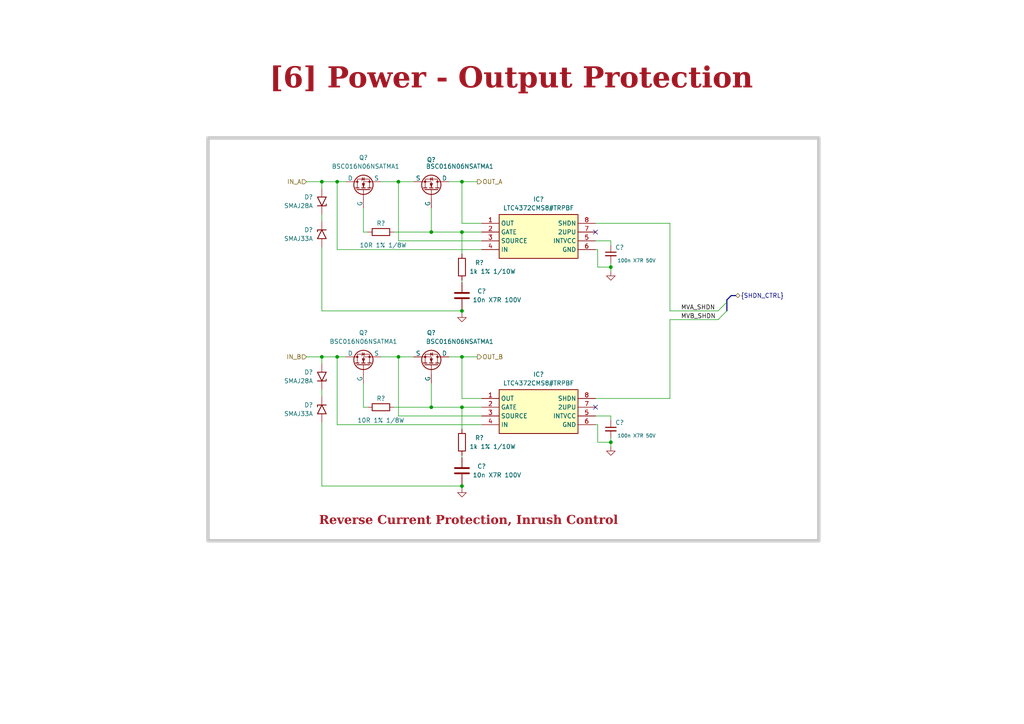
<source format=kicad_sch>
(kicad_sch (version 20231120) (generator "eeschema") (generator_version "8.0")
  (paper "A4")
  (lib_symbols
    (symbol "Device:C" (pin_numbers hide) (pin_names (offset 0.254))
      (property "Reference" "C" (at 0.635 2.54 0))
      (property "Value" "C" (at 0.635 -2.54 0))
      (symbol "C_0_1"
        (polyline (pts (xy -2.032 -0.762) (xy 2.032 -0.762)) (stroke (width 0.508)))
        (polyline (pts (xy -2.032 0.762) (xy 2.032 0.762)) (stroke (width 0.508)))
      )
      (symbol "C_1_1"
        (pin passive line (at 0 3.81 270) (length 2.794) (name "~") (number "1"))
        (pin passive line (at 0 -3.81 90) (length 2.794) (name "~") (number "2"))
      )
    )
    (symbol "Device:C_Small" (pin_numbers hide) (pin_names (offset 0.254) hide)
      (property "Reference" "C" (at 0.254 1.778 0))
      (property "Value" "C_Small" (at 0.254 -2.032 0))
      (symbol "C_Small_0_1"
        (polyline (pts (xy -1.524 -0.508) (xy 1.524 -0.508)) (stroke (width 0.3302)))
        (polyline (pts (xy -1.524 0.508) (xy 1.524 0.508)) (stroke (width 0.3048)))
      )
      (symbol "C_Small_1_1"
        (pin passive line (at 0 2.54 270) (length 2.032) (name "~") (number "1"))
        (pin passive line (at 0 -2.54 90) (length 2.032) (name "~") (number "2"))
      )
    )
    (symbol "Device:R" (pin_numbers hide) (pin_names (offset 0))
      (property "Reference" "R" (at 2.032 0 90))
      (property "Value" "R" (at 0 0 90))
      (symbol "R_0_1"
        (rectangle (start -1.016 -2.54) (end 1.016 2.54) (stroke (width 0.254)))
      )
      (symbol "R_1_1"
        (pin passive line (at 0 3.81 270) (length 1.27) (name "~") (number "1"))
        (pin passive line (at 0 -3.81 90) (length 1.27) (name "~") (number "2"))
      )
    )
    (symbol "Diode:SMAJ28A" (pin_numbers hide) (pin_names (offset 1.016) hide)
      (property "Reference" "D" (at 0 2.54 0))
      (property "Value" "SMAJ28A" (at 0 -2.54 0))
      (symbol "SMAJ28A_0_1"
        (polyline (pts (xy -0.762 1.27) (xy -1.27 1.27) (xy -1.27 -1.27)) (stroke (width 0.254)))
        (polyline (pts (xy 1.27 1.27) (xy 1.27 -1.27) (xy -1.27 0) (xy 1.27 1.27)) (stroke (width 0.254)))
      )
      (symbol "SMAJ28A_1_1"
        (pin passive line (at -3.81 0 0) (length 2.54) (name "A1") (number "1"))
        (pin passive line (at 3.81 0 180) (length 2.54) (name "A2") (number "2"))
      )
    )
    (symbol "Diode:SMAJ33A" (pin_numbers hide) (pin_names (offset 1.016) hide)
      (property "Reference" "D" (at 0 2.54 0))
      (property "Value" "SMAJ33A" (at 0 -2.54 0))
      (symbol "SMAJ33A_0_1"
        (polyline (pts (xy -0.762 1.27) (xy -1.27 1.27) (xy -1.27 -1.27)) (stroke (width 0.254)))
        (polyline (pts (xy 1.27 1.27) (xy 1.27 -1.27) (xy -1.27 0) (xy 1.27 1.27)) (stroke (width 0.254)))
      )
      (symbol "SMAJ33A_1_1"
        (pin passive line (at -3.81 0 0) (length 2.54) (name "A1") (number "1"))
        (pin passive line (at 3.81 0 180) (length 2.54) (name "A2") (number "2"))
      )
    )
    (symbol "LTC4372CMS8#TRPBF:LTC4372CMS8#TRPBF"
      (property "Reference" "IC602" (at 16.51 6.985 0))
      (property "Value" "LTC4372CMS8#TRPBF" (at 16.51 4.445 0))
      (symbol "LTC4372CMS8#TRPBF_1_1"
        (rectangle (start 5.08 2.54) (end 27.94 -10.16) (stroke (width 0.254)) (fill (type background)))
        (pin passive line (at 0 0 0) (length 5.08) (name "OUT") (number "1"))
        (pin passive line (at 0 -2.54 0) (length 5.08) (name "GATE") (number "2"))
        (pin passive line (at 0 -5.08 0) (length 5.08) (name "SOURCE") (number "3"))
        (pin passive line (at 0 -7.62 0) (length 5.08) (name "IN") (number "4"))
        (pin passive line (at 33.02 -5.08 180) (length 5.08) (name "INTVCC") (number "5"))
        (pin passive line (at 33.02 -7.62 180) (length 5.08) (name "GND") (number "6"))
        (pin passive line (at 33.02 -2.54 180) (length 5.08) (name "2UPU") (number "7"))
        (pin passive line (at 33.02 0 180) (length 5.08) (name "SHDN") (number "8"))
      )
    )
    (symbol "LTC4372CMS8#TRPBF_1"
      (property "Reference" "IC601" (at 16.51 6.985 0))
      (property "Value" "LTC4372CMS8#TRPBF" (at 16.51 4.445 0))
      (symbol "LTC4372CMS8#TRPBF_1_1_1"
        (rectangle (start 5.08 2.54) (end 27.94 -10.16) (stroke (width 0.254)) (fill (type background)))
        (pin passive line (at 0 0 0) (length 5.08) (name "OUT") (number "1"))
        (pin passive line (at 0 -2.54 0) (length 5.08) (name "GATE") (number "2"))
        (pin passive line (at 0 -5.08 0) (length 5.08) (name "SOURCE") (number "3"))
        (pin passive line (at 0 -7.62 0) (length 5.08) (name "IN") (number "4"))
        (pin passive line (at 33.02 -5.08 180) (length 5.08) (name "INTVCC") (number "5"))
        (pin passive line (at 33.02 -7.62 180) (length 5.08) (name "GND") (number "6"))
        (pin passive line (at 33.02 -2.54 180) (length 5.08) (name "2UPU") (number "7"))
        (pin passive line (at 33.02 0 180) (length 5.08) (name "SHDN") (number "8"))
      )
    )
    (symbol "Simulation_SPICE:NMOS" (pin_numbers hide) (pin_names (offset 0))
      (property "Reference" "Q" (at 5.08 1.27 0))
      (property "Value" "NMOS" (at 5.08 -1.27 0))
      (symbol "NMOS_0_1"
        (polyline (pts (xy 0.254 0) (xy -2.54 0)))
        (polyline (pts (xy 0.254 1.905) (xy 0.254 -1.905)) (stroke (width 0.254)))
        (polyline (pts (xy 0.762 -1.27) (xy 0.762 -2.286)) (stroke (width 0.254)))
        (polyline (pts (xy 0.762 0.508) (xy 0.762 -0.508)) (stroke (width 0.254)))
        (polyline (pts (xy 0.762 2.286) (xy 0.762 1.27)) (stroke (width 0.254)))
        (polyline (pts (xy 2.54 2.54) (xy 2.54 1.778)))
        (polyline (pts (xy 2.54 -2.54) (xy 2.54 0) (xy 0.762 0)))
        (polyline (pts (xy 0.762 -1.778) (xy 3.302 -1.778) (xy 3.302 1.778) (xy 0.762 1.778)))
        (polyline (pts (xy 1.016 0) (xy 2.032 0.381) (xy 2.032 -0.381) (xy 1.016 0)) (fill (type outline)))
        (polyline (pts (xy 2.794 0.508) (xy 2.921 0.381) (xy 3.683 0.381) (xy 3.81 0.254)))
        (polyline (pts (xy 3.302 0.381) (xy 2.921 -0.254) (xy 3.683 -0.254) (xy 3.302 0.381)))
        (circle (center 1.651 0) (radius 2.794) (stroke (width 0.254)))
        (circle (center 2.54 -1.778) (radius 0.254) (fill (type outline)))
        (circle (center 2.54 1.778) (radius 0.254) (fill (type outline)))
      )
      (symbol "NMOS_1_1"
        (pin passive line (at 2.54 5.08 270) (length 2.54) (name "D") (number "1"))
        (pin input line (at -5.08 0 0) (length 2.54) (name "G") (number "2"))
        (pin passive line (at 2.54 -5.08 90) (length 2.54) (name "S") (number "3"))
      )
    )
    (symbol "power:GND" (power) (pin_names (offset 0))
      (property "Value" "GND" (at 0 -3.81 0))
      (symbol "GND_0_1"
        (polyline (pts (xy 0 0) (xy 0 -1.27) (xy 1.27 -1.27) (xy 0 -2.54) (xy -1.27 -1.27) (xy 0 -1.27)))
      )
      (symbol "GND_1_1"
        (pin power_in line (at 0 0 270) (length 0) hide (name "GND") (number "1"))
      )
    )
  )
  (bus_alias "SHDN_CTRL" (members "MVA_SHDN" "MVB_SHDN"))
  (junction (at 125.095 118.11))
  (junction (at 133.985 140.97))
  (junction (at 97.79 103.505))
  (junction (at 97.79 52.705))
  (junction (at 115.57 52.705))
  (junction (at 133.985 103.505))
  (junction (at 93.345 52.705))
  (junction (at 133.985 118.11))
  (junction (at 177.165 128.27))
  (junction (at 133.985 52.705))
  (junction (at 93.345 103.505))
  (junction (at 115.57 103.505))
  (junction (at 177.165 77.47))
  (junction (at 125.095 67.31))
  (junction (at 133.985 67.31))
  (junction (at 133.985 90.17))
  (no_connect (at 172.72 118.11))
  (no_connect (at 172.72 67.31))
  (bus_entry (at 210.82 90.17) (size -2.54 2.54))
  (bus_entry (at 210.82 87.63) (size -2.54 2.54))
  (wire (pts (xy 133.985 141.605) (xy 133.985 140.97)))
  (wire (pts (xy 173.355 123.19) (xy 172.72 123.19)))
  (wire (pts (xy 133.985 124.46) (xy 133.985 118.11)))
  (wire (pts (xy 177.165 76.2) (xy 177.165 77.47)))
  (wire (pts (xy 133.985 90.805) (xy 133.985 90.17)))
  (wire (pts (xy 133.985 52.705) (xy 138.43 52.705)))
  (wire (pts (xy 93.345 140.97) (xy 133.985 140.97)))
  (wire (pts (xy 97.79 103.505) (xy 97.79 123.19)))
  (wire (pts (xy 194.31 90.17) (xy 208.28 90.17)))
  (wire (pts (xy 139.7 72.39) (xy 97.79 72.39)))
  (wire (pts (xy 173.355 77.47) (xy 173.355 72.39)))
  (wire (pts (xy 194.31 64.77) (xy 194.31 90.17)))
  (wire (pts (xy 93.345 71.755) (xy 93.345 90.17)))
  (wire (pts (xy 172.72 115.57) (xy 194.31 115.57)))
  (bus (pts (xy 212.09 85.725) (xy 210.82 86.995)))
  (wire (pts (xy 110.49 103.505) (xy 115.57 103.505)))
  (wire (pts (xy 105.41 118.11) (xy 105.41 111.125)))
  (wire (pts (xy 139.7 69.85) (xy 115.57 69.85)))
  (wire (pts (xy 133.985 140.97) (xy 133.985 140.335)))
  (wire (pts (xy 194.31 92.71) (xy 208.28 92.71)))
  (wire (pts (xy 177.165 71.12) (xy 177.165 69.85)))
  (bus (pts (xy 210.82 86.995) (xy 210.82 87.63)))
  (wire (pts (xy 110.49 52.705) (xy 115.57 52.705)))
  (wire (pts (xy 133.985 81.28) (xy 133.985 81.915)))
  (wire (pts (xy 173.355 128.27) (xy 173.355 123.19)))
  (wire (pts (xy 88.9 52.705) (xy 93.345 52.705)))
  (wire (pts (xy 93.345 52.705) (xy 97.79 52.705)))
  (wire (pts (xy 93.345 52.705) (xy 93.345 54.61)))
  (wire (pts (xy 125.095 60.325) (xy 125.095 67.31)))
  (wire (pts (xy 115.57 103.505) (xy 115.57 120.65)))
  (wire (pts (xy 93.345 90.17) (xy 133.985 90.17)))
  (wire (pts (xy 177.165 121.92) (xy 177.165 120.65)))
  (wire (pts (xy 177.165 77.47) (xy 177.165 78.74)))
  (wire (pts (xy 177.165 127) (xy 177.165 128.27)))
  (wire (pts (xy 130.175 52.705) (xy 133.985 52.705)))
  (wire (pts (xy 93.345 113.03) (xy 93.345 114.935)))
  (wire (pts (xy 194.31 115.57) (xy 194.31 92.71)))
  (wire (pts (xy 177.165 69.85) (xy 172.72 69.85)))
  (wire (pts (xy 133.985 67.31) (xy 139.7 67.31)))
  (wire (pts (xy 115.57 52.705) (xy 120.015 52.705)))
  (wire (pts (xy 115.57 52.705) (xy 115.57 69.85)))
  (wire (pts (xy 173.355 77.47) (xy 177.165 77.47)))
  (wire (pts (xy 133.985 132.08) (xy 133.985 132.715)))
  (bus (pts (xy 210.82 87.63) (xy 210.82 90.17)))
  (wire (pts (xy 172.72 64.77) (xy 194.31 64.77)))
  (wire (pts (xy 125.095 67.31) (xy 133.985 67.31)))
  (wire (pts (xy 133.985 64.77) (xy 133.985 52.705)))
  (wire (pts (xy 97.79 52.705) (xy 100.33 52.705)))
  (wire (pts (xy 133.985 118.11) (xy 139.7 118.11)))
  (wire (pts (xy 93.345 122.555) (xy 93.345 140.97)))
  (wire (pts (xy 93.345 103.505) (xy 97.79 103.505)))
  (wire (pts (xy 115.57 103.505) (xy 120.015 103.505)))
  (wire (pts (xy 114.3 67.31) (xy 125.095 67.31)))
  (wire (pts (xy 114.3 118.11) (xy 125.095 118.11)))
  (wire (pts (xy 133.985 90.17) (xy 133.985 89.535)))
  (wire (pts (xy 130.175 103.505) (xy 133.985 103.505)))
  (wire (pts (xy 173.355 72.39) (xy 172.72 72.39)))
  (wire (pts (xy 133.985 115.57) (xy 133.985 103.505)))
  (wire (pts (xy 139.7 64.77) (xy 133.985 64.77)))
  (wire (pts (xy 97.79 52.705) (xy 97.79 72.39)))
  (bus (pts (xy 213.36 85.725) (xy 212.09 85.725)))
  (wire (pts (xy 133.985 103.505) (xy 138.43 103.505)))
  (wire (pts (xy 106.68 118.11) (xy 105.41 118.11)))
  (wire (pts (xy 139.7 120.65) (xy 115.57 120.65)))
  (wire (pts (xy 97.79 103.505) (xy 100.33 103.505)))
  (wire (pts (xy 139.7 123.19) (xy 97.79 123.19)))
  (wire (pts (xy 105.41 67.31) (xy 105.41 60.325)))
  (wire (pts (xy 139.7 115.57) (xy 133.985 115.57)))
  (wire (pts (xy 93.345 62.23) (xy 93.345 64.135)))
  (wire (pts (xy 106.68 67.31) (xy 105.41 67.31)))
  (wire (pts (xy 177.165 128.27) (xy 177.165 129.54)))
  (wire (pts (xy 177.165 120.65) (xy 172.72 120.65)))
  (wire (pts (xy 125.095 111.125) (xy 125.095 118.11)))
  (wire (pts (xy 93.345 103.505) (xy 93.345 105.41)))
  (wire (pts (xy 133.985 73.66) (xy 133.985 67.31)))
  (wire (pts (xy 125.095 118.11) (xy 133.985 118.11)))
  (wire (pts (xy 88.9 103.505) (xy 93.345 103.505)))
  (wire (pts (xy 173.355 128.27) (xy 177.165 128.27)))
  (rectangle (start 60.325 40.005) (end 237.49 156.845) (stroke (width 1) (color 200 200 200 1)))
  (text_box "[6] Power - Output Protection\n" (at 11.43 16.51 0) (size 273.685 12.7) (stroke (width -0.0001)) (effects (font (size 6 6) (thickness 1.2) (bold yes))))
  (text_box "Reverse Current Protection, Inrush Control " (at 60.96 147.32 0) (size 149.86 6.985) (stroke (width -0.0001)) (effects (font (size 2.54 2.54) (thickness 0.508) (bold yes)) (justify bottom)))
  (label "MVA_SHDN" (at 197.485 90.17 0))
  (label "MVB_SHDN" (at 197.485 92.71 0))
  (hierarchical_label "IN_A" (shape input) (at 88.9 52.705 180))
  (hierarchical_label "OUT_B" (shape output) (at 138.43 103.505 0))
  (hierarchical_label "{SHDN_CTRL}" (shape bidirectional) (at 213.36 85.725 0))
  (hierarchical_label "OUT_A" (shape output) (at 138.43 52.705 0))
  (hierarchical_label "IN_B" (shape input) (at 88.9 103.505 180))
  (symbol (lib_id "Diode:SMAJ33A") (at 93.345 118.745 90) (mirror x) (unit 1)
    (property "Reference" "D?" (at 90.805 117.475 90) (effects (justify left)))
    (property "Value" "SMAJ33A" (at 90.805 120.015 90) (effects (justify left)))
    (property "Footprint" "Diode_SMD:D_SMA" (effects (hide yes)))
    (property "Datasheet" "https://www.littelfuse.com/media?resourcetype=datasheets&itemid=75e32973-b177-4ee3-a0ff-cedaf1abdb93&filename=smaj-datasheet" (effects (hide yes)))
  )
  (symbol (lib_id "Device:R") (at 133.985 77.47 0) (unit 1)
    (property "Reference" "R?" (at 139.065 76.2 0))
    (property "Value" "1k 1% 1/10W" (at 142.875 78.74 0))
    (property "Footprint" "0_resistor_smd:R_0603_1608_DensityHigh" (effects (hide yes)))
  )
  (symbol (lib_id "Diode:SMAJ28A") (at 93.345 58.42 270) (mirror x) (unit 1)
    (property "Reference" "D?" (at 90.805 57.15 90) (effects (justify right)))
    (property "Value" "SMAJ28A" (at 90.805 59.69 90) (effects (justify right)))
    (property "Footprint" "Diode_SMD:D_SMA" (effects (hide yes)))
    (property "Datasheet" "https://www.littelfuse.com/media?resourcetype=datasheets&itemid=75e32973-b177-4ee3-a0ff-cedaf1abdb93&filename=smaj-datasheet" (effects (hide yes)))
  )
  (symbol (lib_id "Device:C") (at 133.985 136.525 0) (mirror x) (unit 1)
    (property "Reference" "C?" (at 139.7 135.255 0))
    (property "Value" "10n X7R 100V" (at 144.145 137.795 0))
    (property "Footprint" "0_capacitor_smd:C_0402_1005_DensityHigh" (effects (hide yes)))
  )
  (symbol (lib_id "Simulation_SPICE:NMOS") (at 125.095 106.045 270) (mirror x) (unit 1)
    (property "Reference" "Q?" (at 125.095 96.52 90))
    (property "Value" "BSC016N06NSATMA1" (at 133.35 99.06 90))
    (property "Footprint" "0_transistor_fet:PG-TDSON-8_INF" (effects (hide yes)))
    (property "Datasheet" "https://ngspice.sourceforge.io/docs/ngspice-manual.pdf" (effects (hide yes)))
    (property "Sim.Device" "NMOS" (effects (hide yes)))
    (property "Sim.Type" "VDMOS" (effects (hide yes)))
    (property "Sim.Pins" "1=D 2=G 3=S" (effects (hide yes)))
  )
  (symbol (lib_id "Device:C") (at 133.985 85.725 0) (mirror x) (unit 1)
    (property "Reference" "C?" (at 139.7 84.455 0))
    (property "Value" "10n X7R 100V" (at 144.145 86.995 0))
    (property "Footprint" "0_capacitor_smd:C_0402_1005_DensityHigh" (effects (hide yes)))
  )
  (symbol (lib_id "Diode:SMAJ28A") (at 93.345 109.22 270) (mirror x) (unit 1)
    (property "Reference" "D?" (at 90.805 107.95 90) (effects (justify right)))
    (property "Value" "SMAJ28A" (at 90.805 110.49 90) (effects (justify right)))
    (property "Footprint" "Diode_SMD:D_SMA" (effects (hide yes)))
    (property "Datasheet" "https://www.littelfuse.com/media?resourcetype=datasheets&itemid=75e32973-b177-4ee3-a0ff-cedaf1abdb93&filename=smaj-datasheet" (effects (hide yes)))
  )
  (symbol (lib_id "Device:R") (at 110.49 118.11 90) (unit 1)
    (property "Reference" "R?" (at 110.49 115.57 90))
    (property "Value" "10R 1% 1/8W" (at 110.49 121.92 90))
    (property "Footprint" "0_resistor_smd:R_0805_2012_DensityHigh" (effects (hide yes)))
  )
  (symbol (lib_id "power:GND") (at 133.985 90.805 0) (unit 1)
    (property "Reference" "#PWR?" (effects (hide yes)))
    (property "Value" "GND" (effects (hide yes)))
  )
  (symbol (lib_id "Device:C_Small") (at 177.165 73.66 0) (unit 1)
    (property "Reference" "C?" (at 178.435 71.755 0) (effects (justify left)))
    (property "Value" "100n X7R 50V" (at 179.07 75.565 0) (effects (font (size 1 1)) (justify left)))
    (property "Footprint" "0_capacitor_smd:C_0402_1005_DensityHigh" (effects (hide yes)))
    (property "Datasheet" "https://search.murata.co.jp/Ceramy/image/img/A01X/G101/ENG/GCM155R71H104KE02-01.pdf" (effects (hide yes)))
    (property "Description" "0.1 µF ±10% 50V Ceramic Capacitor X7R 0402 (1005 Metric)" (effects (hide yes)))
    (property "Manufacturer" "Murata Electronics" (effects (hide yes)))
    (property "Manufacturer Part Number" "GCM155R71H104KE02J" (effects (hide yes)))
    (property "Supplier 1" "Digikey" (effects (hide yes)))
    (property "Supplier Part Number 1" "490-14514-1-ND" (effects (hide yes)))
  )
  (symbol (lib_name "LTC4372CMS8#TRPBF_1") (lib_id "LTC4372CMS8#TRPBF:LTC4372CMS8#TRPBF") (at 139.7 64.77 0) (unit 1)
    (property "Reference" "IC?" (at 156.21 57.785 0))
    (property "Value" "LTC4372CMS8#TRPBF" (at 156.21 60.325 0))
    (property "Footprint" "0_package_SOT_TO_SMD:SOP65P490X110-8N" (effects (hide yes)))
    (property "Datasheet" "https://www.arrow.com/en/products/ltc4372cms8trpbf/analog-devices" (effects (hide yes)))
    (property "Height" "1.1" (effects (hide yes)))
    (property "Mouser Part Number" "584-LTC4372CMS8TRPBF" (effects (hide yes)))
    (property "Mouser Price/Stock" "https://www.mouser.co.uk/ProductDetail/Analog-Devices/LTC4372CMS8TRPBF?qs=T94vaHKWudSmRk6S7wUTVw%3D%3D" (effects (hide yes)))
    (property "Manufacturer_Name" "Analog Devices" (effects (hide yes)))
    (property "Manufacturer_Part_Number" "LTC4372CMS8#TRPBF" (effects (hide yes)))
  )
  (symbol (lib_id "power:GND") (at 133.985 141.605 0) (unit 1)
    (property "Reference" "#PWR?" (effects (hide yes)))
    (property "Value" "GND" (effects (hide yes)))
  )
  (symbol (lib_id "Simulation_SPICE:NMOS") (at 105.41 106.045 90) (unit 1)
    (property "Reference" "Q?" (at 105.41 96.52 90))
    (property "Value" "BSC016N06NSATMA1" (at 105.41 99.06 90))
    (property "Footprint" "0_transistor_fet:PG-TDSON-8_INF" (effects (hide yes)))
    (property "Datasheet" "https://ngspice.sourceforge.io/docs/ngspice-manual.pdf" (effects (hide yes)))
    (property "Sim.Device" "NMOS" (effects (hide yes)))
    (property "Sim.Type" "VDMOS" (effects (hide yes)))
    (property "Sim.Pins" "1=D 2=G 3=S" (effects (hide yes)))
  )
  (symbol (lib_id "Simulation_SPICE:NMOS") (at 105.41 55.245 90) (unit 1)
    (property "Reference" "Q?" (at 105.41 45.72 90))
    (property "Value" "BSC016N06NSATMA1" (at 106.045 48.26 90))
    (property "Footprint" "0_transistor_fet:PG-TDSON-8_INF" (effects (hide yes)))
    (property "Datasheet" "https://ngspice.sourceforge.io/docs/ngspice-manual.pdf" (effects (hide yes)))
    (property "Sim.Device" "NMOS" (effects (hide yes)))
    (property "Sim.Type" "VDMOS" (effects (hide yes)))
    (property "Sim.Pins" "1=D 2=G 3=S" (effects (hide yes)))
  )
  (symbol (lib_id "power:GND") (at 177.165 129.54 0) (unit 1)
    (property "Reference" "#PWR?" (effects (hide yes)))
    (property "Value" "GND" (effects (hide yes)))
  )
  (symbol (lib_id "power:GND") (at 177.165 78.74 0) (unit 1)
    (property "Reference" "#PWR?" (effects (hide yes)))
    (property "Value" "GND" (effects (hide yes)))
  )
  (symbol (lib_id "Device:R") (at 110.49 67.31 90) (unit 1)
    (property "Reference" "R?" (at 110.49 64.77 90))
    (property "Value" "10R 1% 1/8W" (at 111.125 71.12 90))
    (property "Footprint" "0_resistor_smd:R_0805_2012_DensityHigh" (effects (hide yes)))
  )
  (symbol (lib_id "Simulation_SPICE:NMOS") (at 125.095 55.245 270) (mirror x) (unit 1)
    (property "Reference" "Q?" (at 125.095 46.355 90))
    (property "Value" "BSC016N06NSATMA1" (at 133.35 48.26 90))
    (property "Footprint" "0_transistor_fet:PG-TDSON-8_INF" (effects (hide yes)))
    (property "Datasheet" "https://ngspice.sourceforge.io/docs/ngspice-manual.pdf" (effects (hide yes)))
    (property "Sim.Device" "NMOS" (effects (hide yes)))
    (property "Sim.Type" "VDMOS" (effects (hide yes)))
    (property "Sim.Pins" "1=D 2=G 3=S" (effects (hide yes)))
  )
  (symbol (lib_id "Diode:SMAJ33A") (at 93.345 67.945 90) (mirror x) (unit 1)
    (property "Reference" "D?" (at 90.805 66.675 90) (effects (justify left)))
    (property "Value" "SMAJ33A" (at 90.805 69.215 90) (effects (justify left)))
    (property "Footprint" "Diode_SMD:D_SMA" (effects (hide yes)))
    (property "Datasheet" "https://www.littelfuse.com/media?resourcetype=datasheets&itemid=75e32973-b177-4ee3-a0ff-cedaf1abdb93&filename=smaj-datasheet" (effects (hide yes)))
  )
  (symbol (lib_id "LTC4372CMS8#TRPBF:LTC4372CMS8#TRPBF") (at 139.7 115.57 0) (unit 1)
    (property "Reference" "IC?" (at 156.21 108.585 0))
    (property "Value" "LTC4372CMS8#TRPBF" (at 156.21 111.125 0))
    (property "Footprint" "0_package_SOT_TO_SMD:SOP65P490X110-8N" (effects (hide yes)))
    (property "Datasheet" "https://www.arrow.com/en/products/ltc4372cms8trpbf/analog-devices" (effects (hide yes)))
    (property "Height" "1.1" (effects (hide yes)))
    (property "Mouser Part Number" "584-LTC4372CMS8TRPBF" (effects (hide yes)))
    (property "Mouser Price/Stock" "https://www.mouser.co.uk/ProductDetail/Analog-Devices/LTC4372CMS8TRPBF?qs=T94vaHKWudSmRk6S7wUTVw%3D%3D" (effects (hide yes)))
    (property "Manufacturer_Name" "Analog Devices" (effects (hide yes)))
    (property "Manufacturer_Part_Number" "LTC4372CMS8#TRPBF" (effects (hide yes)))
  )
  (symbol (lib_id "Device:R") (at 133.985 128.27 0) (unit 1)
    (property "Reference" "R?" (at 139.065 127 0))
    (property "Value" "1k 1% 1/10W" (at 142.875 129.54 0))
    (property "Footprint" "0_resistor_smd:R_0603_1608_DensityHigh" (effects (hide yes)))
  )
  (symbol (lib_id "Device:C_Small") (at 177.165 124.46 0) (unit 1)
    (property "Reference" "C?" (at 178.435 122.555 0) (effects (justify left)))
    (property "Value" "100n X7R 50V" (at 179.07 126.365 0) (effects (font (size 1 1)) (justify left)))
    (property "Footprint" "0_capacitor_smd:C_0402_1005_DensityHigh" (effects (hide yes)))
    (property "Datasheet" "https://search.murata.co.jp/Ceramy/image/img/A01X/G101/ENG/GCM155R71H104KE02-01.pdf" (effects (hide yes)))
    (property "Description" "0.1 µF ±10% 50V Ceramic Capacitor X7R 0402 (1005 Metric)" (effects (hide yes)))
    (property "Manufacturer" "Murata Electronics" (effects (hide yes)))
    (property "Manufacturer Part Number" "GCM155R71H104KE02J" (effects (hide yes)))
    (property "Supplier 1" "Digikey" (effects (hide yes)))
    (property "Supplier Part Number 1" "490-14514-1-ND" (effects (hide yes)))
  )
)
</source>
